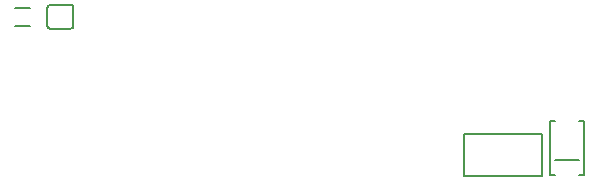
<source format=gbo>
G75*
G70*
%OFA0B0*%
%FSLAX24Y24*%
%IPPOS*%
%LPD*%
%AMOC8*
5,1,8,0,0,1.08239X$1,22.5*
%
%ADD10C,0.0080*%
%ADD11C,0.0060*%
D10*
X004400Y010350D02*
X004900Y010350D01*
X004900Y010950D02*
X004400Y010950D01*
X019360Y006725D02*
X019360Y005325D01*
X021940Y005325D01*
X021940Y006725D01*
X019360Y006725D01*
X022204Y007181D02*
X022204Y005369D01*
X022381Y005369D01*
X022381Y005881D02*
X023169Y005881D01*
X023169Y005369D02*
X023346Y005369D01*
X023346Y007181D01*
X023169Y007181D01*
X022381Y007181D02*
X022204Y007181D01*
D11*
X006333Y010355D02*
X006333Y010945D01*
X006334Y010945D02*
X006330Y010964D01*
X006324Y010981D01*
X006314Y010998D01*
X006302Y011012D01*
X006287Y011024D01*
X006271Y011034D01*
X006253Y011040D01*
X006234Y011044D01*
X006215Y011044D01*
X005585Y011044D01*
X005585Y011045D02*
X005566Y011045D01*
X005547Y011041D01*
X005529Y011035D01*
X005513Y011026D01*
X005498Y011013D01*
X005486Y010999D01*
X005476Y010982D01*
X005470Y010964D01*
X005466Y010946D01*
X005467Y010945D02*
X005467Y010355D01*
X005466Y010355D02*
X005470Y010336D01*
X005476Y010319D01*
X005486Y010302D01*
X005498Y010288D01*
X005513Y010276D01*
X005529Y010266D01*
X005547Y010260D01*
X005566Y010256D01*
X005585Y010256D01*
X006215Y010256D01*
X006234Y010256D01*
X006253Y010260D01*
X006271Y010266D01*
X006287Y010276D01*
X006302Y010288D01*
X006314Y010302D01*
X006324Y010319D01*
X006330Y010336D01*
X006334Y010355D01*
M02*

</source>
